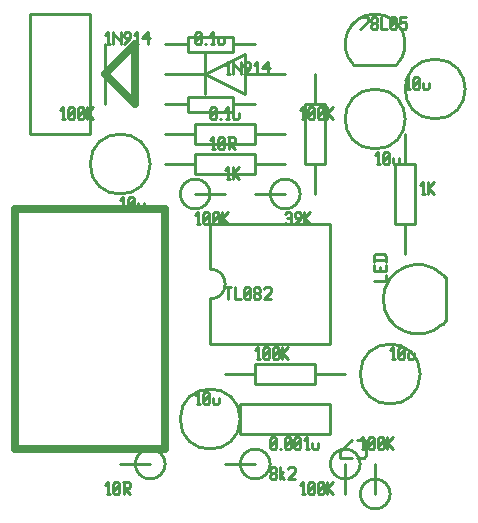
<source format=gbr>
G04 start of page 7 for group -4079 idx -4079 *
G04 Title: (unknown), topsilk *
G04 Creator: pcb 20100929 *
G04 CreationDate: Thu Oct 25 17:22:37 2012 UTC *
G04 For: blc *
G04 Format: Gerber/RS-274X *
G04 PCB-Dimensions: 200000 200000 *
G04 PCB-Coordinate-Origin: lower left *
%MOIN*%
%FSLAX25Y25*%
%LNFRONTSILK*%
%ADD23C,0.0250*%
%ADD24C,0.0100*%
G54D24*X90500Y55000D02*X91500D01*
X91000Y59000D02*Y55000D01*
X90000Y58000D02*X91000Y59000D01*
X92701Y55500D02*X93201Y55000D01*
X92701Y58500D02*Y55500D01*
Y58500D02*X93201Y59000D01*
X94201D01*
X94701Y58500D01*
Y55500D01*
X94201Y55000D02*X94701Y55500D01*
X93201Y55000D02*X94201D01*
X92701Y56000D02*X94701Y58000D01*
X95902Y57000D02*Y55500D01*
X96402Y55000D01*
X97402D01*
X97902Y55500D01*
Y57000D02*Y55500D01*
X60500Y25000D02*X61500D01*
X61000Y29000D02*Y25000D01*
X60000Y28000D02*X61000Y29000D01*
X62701Y25500D02*X63201Y25000D01*
X62701Y28500D02*Y25500D01*
Y28500D02*X63201Y29000D01*
X64201D01*
X64701Y28500D01*
Y25500D01*
X64201Y25000D02*X64701Y25500D01*
X63201Y25000D02*X64201D01*
X62701Y26000D02*X64701Y28000D01*
X65902Y29000D02*X67902D01*
X68402Y28500D01*
Y27500D01*
X67902Y27000D02*X68402Y27500D01*
X66402Y27000D02*X67902D01*
X66402Y29000D02*Y25000D01*
Y27000D02*X68402Y25000D01*
X110500Y70000D02*X111500D01*
X111000Y74000D02*Y70000D01*
X110000Y73000D02*X111000Y74000D01*
X112701Y70500D02*X113201Y70000D01*
X112701Y73500D02*Y70500D01*
Y73500D02*X113201Y74000D01*
X114201D01*
X114701Y73500D01*
Y70500D01*
X114201Y70000D02*X114701Y70500D01*
X113201Y70000D02*X114201D01*
X112701Y71000D02*X114701Y73000D01*
X115902Y70500D02*X116402Y70000D01*
X115902Y73500D02*Y70500D01*
Y73500D02*X116402Y74000D01*
X117402D01*
X117902Y73500D01*
Y70500D01*
X117402Y70000D02*X117902Y70500D01*
X116402Y70000D02*X117402D01*
X115902Y71000D02*X117902Y73000D01*
X119103Y74000D02*Y70000D01*
Y72000D02*X121103Y74000D01*
X119103Y72000D02*X121103Y70000D01*
X115000Y30500D02*X115500Y30000D01*
X115000Y31500D02*Y30500D01*
Y31500D02*X115500Y32000D01*
X116500D01*
X117000Y31500D01*
Y30500D01*
X116500Y30000D02*X117000Y30500D01*
X115500Y30000D02*X116500D01*
X115000Y32500D02*X115500Y32000D01*
X115000Y33500D02*Y32500D01*
Y33500D02*X115500Y34000D01*
X116500D01*
X117000Y33500D01*
Y32500D01*
X116500Y32000D02*X117000Y32500D01*
X118201Y34000D02*Y30000D01*
Y31500D02*X119701Y30000D01*
X118201Y31500D02*X119201Y32500D01*
X120902Y33500D02*X121402Y34000D01*
X122902D01*
X123402Y33500D01*
Y32500D01*
X120902Y30000D02*X123402Y32500D01*
X120902Y30000D02*X123402D01*
X125500Y25000D02*X126500D01*
X126000Y29000D02*Y25000D01*
X125000Y28000D02*X126000Y29000D01*
X127701Y25500D02*X128201Y25000D01*
X127701Y28500D02*Y25500D01*
Y28500D02*X128201Y29000D01*
X129201D01*
X129701Y28500D01*
Y25500D01*
X129201Y25000D02*X129701Y25500D01*
X128201Y25000D02*X129201D01*
X127701Y26000D02*X129701Y28000D01*
X130902Y25500D02*X131402Y25000D01*
X130902Y28500D02*Y25500D01*
Y28500D02*X131402Y29000D01*
X132402D01*
X132902Y28500D01*
Y25500D01*
X132402Y25000D02*X132902Y25500D01*
X131402Y25000D02*X132402D01*
X130902Y26000D02*X132902Y28000D01*
X134103Y29000D02*Y25000D01*
Y27000D02*X136103Y29000D01*
X134103Y27000D02*X136103Y25000D01*
X145500Y40000D02*X146500D01*
X146000Y44000D02*Y40000D01*
X145000Y43000D02*X146000Y44000D01*
X147701Y40500D02*X148201Y40000D01*
X147701Y43500D02*Y40500D01*
Y43500D02*X148201Y44000D01*
X149201D01*
X149701Y43500D01*
Y40500D01*
X149201Y40000D02*X149701Y40500D01*
X148201Y40000D02*X149201D01*
X147701Y41000D02*X149701Y43000D01*
X150902Y40500D02*X151402Y40000D01*
X150902Y43500D02*Y40500D01*
Y43500D02*X151402Y44000D01*
X152402D01*
X152902Y43500D01*
Y40500D01*
X152402Y40000D02*X152902Y40500D01*
X151402Y40000D02*X152402D01*
X150902Y41000D02*X152902Y43000D01*
X154103Y44000D02*Y40000D01*
Y42000D02*X156103Y44000D01*
X154103Y42000D02*X156103Y40000D01*
X115000Y40500D02*X115500Y40000D01*
X115000Y43500D02*Y40500D01*
Y43500D02*X115500Y44000D01*
X116500D01*
X117000Y43500D01*
Y40500D01*
X116500Y40000D02*X117000Y40500D01*
X115500Y40000D02*X116500D01*
X115000Y41000D02*X117000Y43000D01*
X118201Y40000D02*X118701D01*
X119902Y40500D02*X120402Y40000D01*
X119902Y43500D02*Y40500D01*
Y43500D02*X120402Y44000D01*
X121402D01*
X121902Y43500D01*
Y40500D01*
X121402Y40000D02*X121902Y40500D01*
X120402Y40000D02*X121402D01*
X119902Y41000D02*X121902Y43000D01*
X123103Y40500D02*X123603Y40000D01*
X123103Y43500D02*Y40500D01*
Y43500D02*X123603Y44000D01*
X124603D01*
X125103Y43500D01*
Y40500D01*
X124603Y40000D02*X125103Y40500D01*
X123603Y40000D02*X124603D01*
X123103Y41000D02*X125103Y43000D01*
X126804Y40000D02*X127804D01*
X127304Y44000D02*Y40000D01*
X126304Y43000D02*X127304Y44000D01*
X129005Y42000D02*Y40500D01*
X129505Y40000D01*
X130505D01*
X131005Y40500D01*
Y42000D02*Y40500D01*
X155500Y70000D02*X156500D01*
X156000Y74000D02*Y70000D01*
X155000Y73000D02*X156000Y74000D01*
X157701Y70500D02*X158201Y70000D01*
X157701Y73500D02*Y70500D01*
Y73500D02*X158201Y74000D01*
X159201D01*
X159701Y73500D01*
Y70500D01*
X159201Y70000D02*X159701Y70500D01*
X158201Y70000D02*X159201D01*
X157701Y71000D02*X159701Y73000D01*
X160902Y72000D02*Y70500D01*
X161402Y70000D01*
X162402D01*
X162902Y70500D01*
Y72000D02*Y70500D01*
X100000Y94000D02*X102000D01*
X101000D02*Y90000D01*
X103201Y94000D02*Y90000D01*
X105201D01*
X106402Y90500D02*X106902Y90000D01*
X106402Y93500D02*Y90500D01*
Y93500D02*X106902Y94000D01*
X107902D01*
X108402Y93500D01*
Y90500D01*
X107902Y90000D02*X108402Y90500D01*
X106902Y90000D02*X107902D01*
X106402Y91000D02*X108402Y93000D01*
X109603Y90500D02*X110103Y90000D01*
X109603Y91500D02*Y90500D01*
Y91500D02*X110103Y92000D01*
X111103D01*
X111603Y91500D01*
Y90500D01*
X111103Y90000D02*X111603Y90500D01*
X110103Y90000D02*X111103D01*
X109603Y92500D02*X110103Y92000D01*
X109603Y93500D02*Y92500D01*
Y93500D02*X110103Y94000D01*
X111103D01*
X111603Y93500D01*
Y92500D01*
X111103Y92000D02*X111603Y92500D01*
X112804Y93500D02*X113304Y94000D01*
X114804D01*
X115304Y93500D01*
Y92500D01*
X112804Y90000D02*X115304Y92500D01*
X112804Y90000D02*X115304D01*
X95500Y140000D02*X96500D01*
X96000Y144000D02*Y140000D01*
X95000Y143000D02*X96000Y144000D01*
X97701Y140500D02*X98201Y140000D01*
X97701Y143500D02*Y140500D01*
Y143500D02*X98201Y144000D01*
X99201D01*
X99701Y143500D01*
Y140500D01*
X99201Y140000D02*X99701Y140500D01*
X98201Y140000D02*X99201D01*
X97701Y141000D02*X99701Y143000D01*
X100902Y144000D02*X102902D01*
X103402Y143500D01*
Y142500D01*
X102902Y142000D02*X103402Y142500D01*
X101402Y142000D02*X102902D01*
X101402Y144000D02*Y140000D01*
Y142000D02*X103402Y140000D01*
X100500Y165000D02*X101500D01*
X101000Y169000D02*Y165000D01*
X100000Y168000D02*X101000Y169000D01*
X102701D02*Y165000D01*
Y169000D02*Y168500D01*
X105201Y166000D01*
Y169000D02*Y165000D01*
X106402D02*X108402Y167000D01*
Y168500D02*Y167000D01*
X107902Y169000D02*X108402Y168500D01*
X106902Y169000D02*X107902D01*
X106402Y168500D02*X106902Y169000D01*
X106402Y168500D02*Y167500D01*
X106902Y167000D01*
X108402D01*
X110103Y165000D02*X111103D01*
X110603Y169000D02*Y165000D01*
X109603Y168000D02*X110603Y169000D01*
X112304Y167000D02*X114304Y169000D01*
X112304Y167000D02*X114804D01*
X114304Y169000D02*Y165000D01*
X90000Y175500D02*X90500Y175000D01*
X90000Y178500D02*Y175500D01*
Y178500D02*X90500Y179000D01*
X91500D01*
X92000Y178500D01*
Y175500D01*
X91500Y175000D02*X92000Y175500D01*
X90500Y175000D02*X91500D01*
X90000Y176000D02*X92000Y178000D01*
X93201Y175000D02*X93701D01*
X95402D02*X96402D01*
X95902Y179000D02*Y175000D01*
X94902Y178000D02*X95902Y179000D01*
X97603Y177000D02*Y175500D01*
X98103Y175000D01*
X99103D01*
X99603Y175500D01*
Y177000D02*Y175500D01*
X100500Y130000D02*X101500D01*
X101000Y134000D02*Y130000D01*
X100000Y133000D02*X101000Y134000D01*
X102701D02*Y130000D01*
Y132000D02*X104701Y134000D01*
X102701Y132000D02*X104701Y130000D01*
X95000Y150500D02*X95500Y150000D01*
X95000Y153500D02*Y150500D01*
Y153500D02*X95500Y154000D01*
X96500D01*
X97000Y153500D01*
Y150500D01*
X96500Y150000D02*X97000Y150500D01*
X95500Y150000D02*X96500D01*
X95000Y151000D02*X97000Y153000D01*
X98201Y150000D02*X98701D01*
X100402D02*X101402D01*
X100902Y154000D02*Y150000D01*
X99902Y153000D02*X100902Y154000D01*
X102603Y152000D02*Y150500D01*
X103103Y150000D01*
X104103D01*
X104603Y150500D01*
Y152000D02*Y150500D01*
X60500Y175000D02*X61500D01*
X61000Y179000D02*Y175000D01*
X60000Y178000D02*X61000Y179000D01*
X62701D02*Y175000D01*
Y179000D02*Y178500D01*
X65201Y176000D01*
Y179000D02*Y175000D01*
X66402D02*X68402Y177000D01*
Y178500D02*Y177000D01*
X67902Y179000D02*X68402Y178500D01*
X66902Y179000D02*X67902D01*
X66402Y178500D02*X66902Y179000D01*
X66402Y178500D02*Y177500D01*
X66902Y177000D01*
X68402D01*
X70103Y175000D02*X71103D01*
X70603Y179000D02*Y175000D01*
X69603Y178000D02*X70603Y179000D01*
X72304Y177000D02*X74304Y179000D01*
X72304Y177000D02*X74804D01*
X74304Y179000D02*Y175000D01*
X120000Y118500D02*X120500Y119000D01*
X121500D01*
X122000Y118500D01*
Y115500D01*
X121500Y115000D02*X122000Y115500D01*
X120500Y115000D02*X121500D01*
X120000Y115500D02*X120500Y115000D01*
Y117000D02*X122000D01*
X123201Y115000D02*X125201Y117000D01*
Y118500D02*Y117000D01*
X124701Y119000D02*X125201Y118500D01*
X123701Y119000D02*X124701D01*
X123201Y118500D02*X123701Y119000D01*
X123201Y118500D02*Y117500D01*
X123701Y117000D01*
X125201D01*
X126402Y119000D02*Y115000D01*
Y117000D02*X128402Y119000D01*
X126402Y117000D02*X128402Y115000D01*
X90500D02*X91500D01*
X91000Y119000D02*Y115000D01*
X90000Y118000D02*X91000Y119000D01*
X92701Y115500D02*X93201Y115000D01*
X92701Y118500D02*Y115500D01*
Y118500D02*X93201Y119000D01*
X94201D01*
X94701Y118500D01*
Y115500D01*
X94201Y115000D02*X94701Y115500D01*
X93201Y115000D02*X94201D01*
X92701Y116000D02*X94701Y118000D01*
X95902Y115500D02*X96402Y115000D01*
X95902Y118500D02*Y115500D01*
Y118500D02*X96402Y119000D01*
X97402D01*
X97902Y118500D01*
Y115500D01*
X97402Y115000D02*X97902Y115500D01*
X96402Y115000D02*X97402D01*
X95902Y116000D02*X97902Y118000D01*
X99103Y119000D02*Y115000D01*
Y117000D02*X101103Y119000D01*
X99103Y117000D02*X101103Y115000D01*
X65500Y120000D02*X66500D01*
X66000Y124000D02*Y120000D01*
X65000Y123000D02*X66000Y124000D01*
X67701Y120500D02*X68201Y120000D01*
X67701Y123500D02*Y120500D01*
Y123500D02*X68201Y124000D01*
X69201D01*
X69701Y123500D01*
Y120500D01*
X69201Y120000D02*X69701Y120500D01*
X68201Y120000D02*X69201D01*
X67701Y121000D02*X69701Y123000D01*
X70902Y122000D02*Y120500D01*
X71402Y120000D01*
X72402D01*
X72902Y120500D01*
Y122000D02*Y120500D01*
X125500Y150000D02*X126500D01*
X126000Y154000D02*Y150000D01*
X125000Y153000D02*X126000Y154000D01*
X127701Y150500D02*X128201Y150000D01*
X127701Y153500D02*Y150500D01*
Y153500D02*X128201Y154000D01*
X129201D01*
X129701Y153500D01*
Y150500D01*
X129201Y150000D02*X129701Y150500D01*
X128201Y150000D02*X129201D01*
X127701Y151000D02*X129701Y153000D01*
X130902Y150500D02*X131402Y150000D01*
X130902Y153500D02*Y150500D01*
Y153500D02*X131402Y154000D01*
X132402D01*
X132902Y153500D01*
Y150500D01*
X132402Y150000D02*X132902Y150500D01*
X131402Y150000D02*X132402D01*
X130902Y151000D02*X132902Y153000D01*
X134103Y154000D02*Y150000D01*
Y152000D02*X136103Y154000D01*
X134103Y152000D02*X136103Y150000D01*
X165500Y125000D02*X166500D01*
X166000Y129000D02*Y125000D01*
X165000Y128000D02*X166000Y129000D01*
X167701D02*Y125000D01*
Y127000D02*X169701Y129000D01*
X167701Y127000D02*X169701Y125000D01*
X160500Y160000D02*X161500D01*
X161000Y164000D02*Y160000D01*
X160000Y163000D02*X161000Y164000D01*
X162701Y160500D02*X163201Y160000D01*
X162701Y163500D02*Y160500D01*
Y163500D02*X163201Y164000D01*
X164201D01*
X164701Y163500D01*
Y160500D01*
X164201Y160000D02*X164701Y160500D01*
X163201Y160000D02*X164201D01*
X162701Y161000D02*X164701Y163000D01*
X165902Y162000D02*Y160500D01*
X166402Y160000D01*
X167402D01*
X167902Y160500D01*
Y162000D02*Y160500D01*
X150500Y135000D02*X151500D01*
X151000Y139000D02*Y135000D01*
X150000Y138000D02*X151000Y139000D01*
X152701Y135500D02*X153201Y135000D01*
X152701Y138500D02*Y135500D01*
Y138500D02*X153201Y139000D01*
X154201D01*
X154701Y138500D01*
Y135500D01*
X154201Y135000D02*X154701Y135500D01*
X153201Y135000D02*X154201D01*
X152701Y136000D02*X154701Y138000D01*
X155902Y137000D02*Y135500D01*
X156402Y135000D01*
X157402D01*
X157902Y135500D01*
Y137000D02*Y135500D01*
X145000Y180000D02*X147500Y182500D01*
Y184000D02*Y182500D01*
X145000Y184000D02*X147500D01*
X148701Y180500D02*X149201Y180000D01*
X148701Y181500D02*Y180500D01*
Y181500D02*X149201Y182000D01*
X150201D01*
X150701Y181500D01*
Y180500D01*
X150201Y180000D02*X150701Y180500D01*
X149201Y180000D02*X150201D01*
X148701Y182500D02*X149201Y182000D01*
X148701Y183500D02*Y182500D01*
Y183500D02*X149201Y184000D01*
X150201D01*
X150701Y183500D01*
Y182500D01*
X150201Y182000D02*X150701Y182500D01*
X151902Y184000D02*Y180000D01*
X153902D01*
X155103Y180500D02*X155603Y180000D01*
X155103Y183500D02*Y180500D01*
Y183500D02*X155603Y184000D01*
X156603D01*
X157103Y183500D01*
Y180500D01*
X156603Y180000D02*X157103Y180500D01*
X155603Y180000D02*X156603D01*
X155103Y181000D02*X157103Y183000D01*
X158304Y184000D02*X160304D01*
X158304D02*Y182000D01*
X158804Y182500D01*
X159804D01*
X160304Y182000D01*
Y180500D01*
X159804Y180000D02*X160304Y180500D01*
X158804Y180000D02*X159804D01*
X158304Y180500D02*X158804Y180000D01*
X45500Y150000D02*X46500D01*
X46000Y154000D02*Y150000D01*
X45000Y153000D02*X46000Y154000D01*
X47701Y150500D02*X48201Y150000D01*
X47701Y153500D02*Y150500D01*
Y153500D02*X48201Y154000D01*
X49201D01*
X49701Y153500D01*
Y150500D01*
X49201Y150000D02*X49701Y150500D01*
X48201Y150000D02*X49201D01*
X47701Y151000D02*X49701Y153000D01*
X50902Y150500D02*X51402Y150000D01*
X50902Y153500D02*Y150500D01*
Y153500D02*X51402Y154000D01*
X52402D01*
X52902Y153500D01*
Y150500D01*
X52402Y150000D02*X52902Y150500D01*
X51402Y150000D02*X52402D01*
X50902Y151000D02*X52902Y153000D01*
X54103Y154000D02*Y150000D01*
Y152000D02*X56103Y154000D01*
X54103Y152000D02*X56103Y150000D01*
X110000Y135000D02*X120000D01*
X80000D02*X90000D01*
Y131700D02*X110000D01*
X90000Y138300D02*Y131700D01*
Y138300D02*X110000D01*
Y131700D01*
Y145000D02*X120000D01*
X80000D02*X90000D01*
Y141700D02*X110000D01*
X90000Y148300D02*Y141700D01*
Y148300D02*X110000D01*
Y141700D01*
X55000Y135000D02*G75*G03X55000Y135000I10000J0D01*G01*
X80000Y155000D02*X87500D01*
X102500D02*X110000D01*
X87500Y157500D02*X102500D01*
Y152500D01*
X87500D01*
Y157500D01*
X80000Y165000D02*X93300D01*
X106700D02*X120000D01*
X93300D02*X106700Y171600D01*
Y158400D01*
X93300Y165000D01*
Y171600D02*Y158400D01*
X130000Y165000D02*Y155000D01*
Y135000D02*Y125000D01*
X133300Y155000D02*Y135000D01*
X126700D02*X133300D01*
X126700Y155000D02*Y135000D01*
Y155000D02*X133300D01*
X35000Y145000D02*X55000D01*
Y185000D01*
X35000D01*
Y145000D01*
X60000Y175000D02*Y155000D01*
G54D23*Y165000D02*X70000Y175000D01*
Y155000D01*
X60000Y165000D01*
G54D24*X90000Y125000D02*X100000D01*
X90000Y130000D02*G75*G03X85000Y125000I0J-5000D01*G01*
X90000Y120000D02*G75*G03X95000Y125000I0J5000D01*G01*
X85000D02*G75*G03X90000Y120000I5000J0D01*G01*
X95000Y125000D02*G75*G03X90000Y130000I-5000J0D01*G01*
X80000Y175000D02*X87500D01*
X102500D02*X110000D01*
X87500Y177500D02*X102500D01*
Y172500D01*
X87500D01*
Y177500D01*
X143000Y168000D02*X157000D01*
X157071Y167929D02*G75*G03X142928Y167928I-7071J7071D01*G01*
X110000Y125000D02*X120000D01*
Y120000D02*G75*G03X125000Y125000I0J5000D01*G01*
X120000Y130000D02*G75*G03X115000Y125000I0J-5000D01*G01*
X125000D02*G75*G03X120000Y130000I-5000J0D01*G01*
X115000Y125000D02*G75*G03X120000Y120000I5000J0D01*G01*
X95000Y75000D02*X135000D01*
Y115000D02*Y75000D01*
X95000Y115000D02*X135000D01*
X95000Y90000D02*Y75000D01*
Y115000D02*Y100000D01*
Y90000D02*G75*G03X95000Y100000I0J5000D01*G01*
X160000Y145000D02*Y135000D01*
Y115000D02*Y105000D01*
X163300Y135000D02*Y115000D01*
X156700D02*X163300D01*
X156700Y135000D02*Y115000D01*
Y135000D02*X163300D01*
X100000Y65000D02*X110000D01*
X130000D02*X140000D01*
X110000Y68300D02*X130000D01*
Y61700D01*
X110000D01*
Y68300D01*
X105000Y55000D02*Y45000D01*
X135000D01*
Y55000D02*Y45000D01*
X105000Y55000D02*X135000D01*
X165000Y65000D02*G75*G03X165000Y65000I-10000J0D01*G01*
X150000Y160000D02*G75*G03X150000Y160000I0J-10000D01*G01*
X100000Y35000D02*X110000D01*
Y30000D02*G75*G03X115000Y35000I0J5000D01*G01*
X110000Y40000D02*G75*G03X105000Y35000I0J-5000D01*G01*
X115000D02*G75*G03X110000Y40000I-5000J0D01*G01*
X105000Y35000D02*G75*G03X110000Y30000I5000J0D01*G01*
X65000Y35000D02*X75000D01*
Y30000D02*G75*G03X80000Y35000I0J5000D01*G01*
X75000Y40000D02*G75*G03X70000Y35000I0J-5000D01*G01*
X80000D02*G75*G03X75000Y40000I-5000J0D01*G01*
X70000Y35000D02*G75*G03X75000Y30000I5000J0D01*G01*
X85000Y50000D02*G75*G03X85000Y50000I10000J0D01*G01*
G54D23*X80000Y120000D02*X30000D01*
Y40000D02*X80000D01*
Y120000D01*
X30000D02*Y40000D01*
G54D24*X150000Y35000D02*Y25000D01*
X145000D02*G75*G03X150000Y20000I5000J0D01*G01*
X155000Y25000D02*G75*G03X150000Y30000I-5000J0D01*G01*
Y20000D02*G75*G03X155000Y25000I0J5000D01*G01*
X150000Y30000D02*G75*G03X145000Y25000I0J-5000D01*G01*
X140000Y35000D02*Y25000D01*
X145000Y35000D02*G75*G03X140000Y40000I-5000J0D01*G01*
X135000Y35000D02*G75*G03X140000Y30000I5000J0D01*G01*
Y40000D02*G75*G03X135000Y35000I0J-5000D01*G01*
X140000Y30000D02*G75*G03X145000Y35000I0J5000D01*G01*
X173500Y97200D02*Y82700D01*
X172500Y98100D02*X173500Y97100D01*
X172500Y81700D02*X173400Y82600D01*
X172502Y98103D02*G75*G03X172502Y81697I-8202J-8202D01*G01*
X170000Y150000D02*G75*G03X170000Y150000I0J10000D01*G01*
X144000Y43100D02*X146250D01*
X147000Y42350D02*X146250Y43100D01*
X147000Y42350D02*Y37850D01*
X146250Y37100D01*
X144000D02*X146250D01*
X142199Y43100D02*X138449Y39350D01*
Y37100D01*
X142199D01*
X149600Y96000D02*X153600D01*
Y98000D02*Y96000D01*
X151600Y100701D02*Y99201D01*
X153600Y101201D02*Y99201D01*
X149600D02*X153600D01*
X149600Y101201D02*Y99201D01*
Y102902D02*X153600D01*
X149600Y104402D02*X150100Y104902D01*
X153100D01*
X153600Y104402D02*X153100Y104902D01*
X153600Y104402D02*Y102402D01*
X149600Y104402D02*Y102402D01*
M02*

</source>
